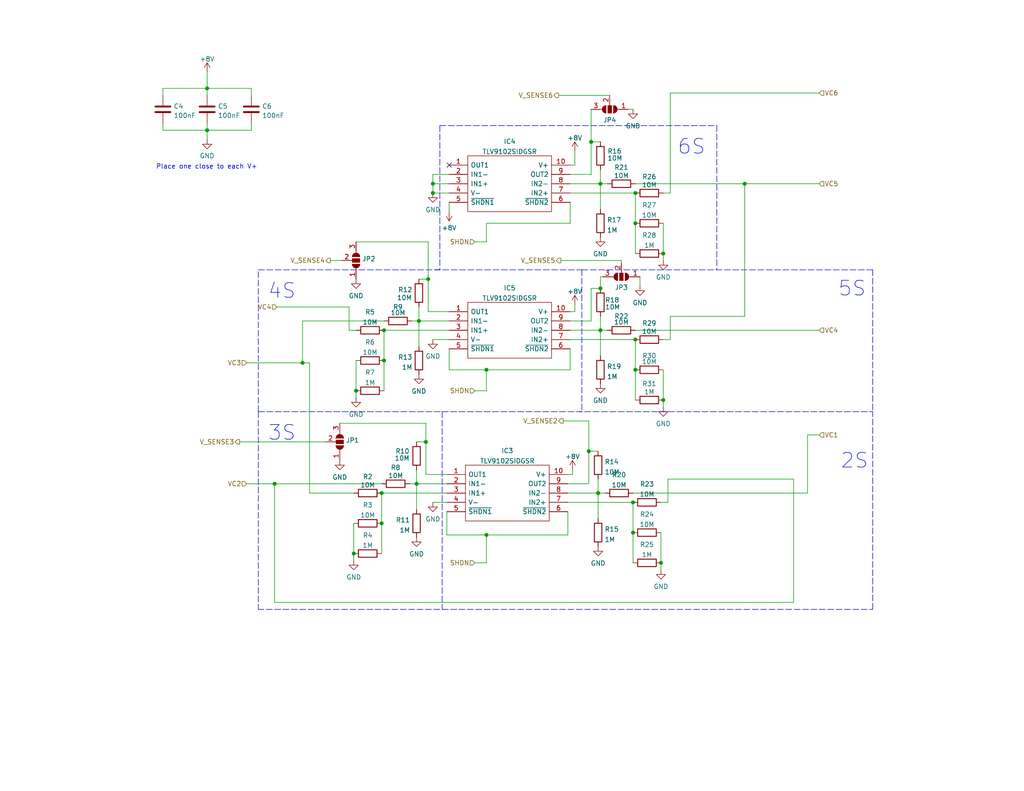
<source format=kicad_sch>
(kicad_sch (version 20211123) (generator eeschema)
  (paper "USLetter")
  (title_block (title "Lipo Auto Discharger/Balancer") (date "2022-11-06") (rev "1.0") (company "Quantum Embedded Systems"))
  (lib_symbols
    (symbol "Device:C" (pin_numbers hide) (pin_names (offset 0.254))
      (property "Reference" "C" (at 0.635 2.54 0))
      (property "Value" "C" (at 0.635 -2.54 0))
      (symbol "C_0_1"
        (polyline (pts (xy -2.032 -0.762) (xy 2.032 -0.762)) (stroke (width 0.508)))
        (polyline (pts (xy -2.032 0.762) (xy 2.032 0.762)) (stroke (width 0.508)))
      )
      (symbol "C_1_1"
        (pin passive line (at 0 3.81 270) (length 2.794) (name "~") (number "1"))
        (pin passive line (at 0 -3.81 90) (length 2.794) (name "~") (number "2"))
      )
    )
    (symbol "Device:R" (pin_numbers hide) (pin_names (offset 0))
      (property "Reference" "R" (at 2.032 0 90))
      (property "Value" "R" (at 0 0 90))
      (symbol "R_0_1"
        (rectangle (start -1.016 -2.54) (end 1.016 2.54) (stroke (width 0.254)))
      )
      (symbol "R_1_1"
        (pin passive line (at 0 3.81 270) (length 1.27) (name "~") (number "1"))
        (pin passive line (at 0 -3.81 90) (length 1.27) (name "~") (number "2"))
      )
    )
    (symbol "Jumper:SolderJumper_3_Open" (pin_names (offset 0) hide)
      (property "Reference" "JP" (at -2.54 -2.54 0))
      (property "Value" "SolderJumper_3_Open" (at 0 2.794 0))
      (symbol "SolderJumper_3_Open_0_1"
        (arc (start -1.016 1.016) (mid -2.032 0) (end -1.016 -1.016))
        (arc (start -1.016 1.016) (mid -2.032 0) (end -1.016 -1.016) (fill (type outline)))
        (rectangle (start -0.508 1.016) (end 0.508 -1.016) (fill (type outline)))
        (polyline (pts (xy -2.54 0) (xy -2.032 0)))
        (polyline (pts (xy -1.016 1.016) (xy -1.016 -1.016)))
        (polyline (pts (xy 0 -1.27) (xy 0 -1.016)))
        (polyline (pts (xy 1.016 1.016) (xy 1.016 -1.016)))
        (polyline (pts (xy 2.54 0) (xy 2.032 0)))
        (arc (start 1.016 -1.016) (mid 2.032 0) (end 1.016 1.016))
        (arc (start 1.016 -1.016) (mid 2.032 0) (end 1.016 1.016) (fill (type outline)))
      )
      (symbol "SolderJumper_3_Open_1_1"
        (pin passive line (at -5.08 0 0) (length 2.54) (name "A") (number "1"))
        (pin passive line (at 0 -3.81 90) (length 2.54) (name "C") (number "2"))
        (pin passive line (at 5.08 0 180) (length 2.54) (name "B") (number "3"))
      )
    )
    (symbol "SamacSys_Parts:TLV9102SIDGSR" (pin_names (offset 0.762))
      (property "Reference" "IC" (at 29.21 7.62 0))
      (property "Value" "TLV9102SIDGSR" (at 29.21 5.08 0))
      (symbol "TLV9102SIDGSR_0_0"
        (pin passive line (at 0 0 0) (length 5.08) (name "OUT1") (number "1"))
        (pin passive line (at 33.02 0 180) (length 5.08) (name "V+") (number "10"))
        (pin passive line (at 0 -2.54 0) (length 5.08) (name "IN1-") (number "2"))
        (pin passive line (at 0 -5.08 0) (length 5.08) (name "IN1+") (number "3"))
        (pin passive line (at 0 -7.62 0) (length 5.08) (name "V-") (number "4"))
        (pin passive line (at 0 -10.16 0) (length 5.08) (name "~{SHDN1}") (number "5"))
        (pin passive line (at 33.02 -10.16 180) (length 5.08) (name "~{SHDN2}") (number "6"))
        (pin passive line (at 33.02 -7.62 180) (length 5.08) (name "IN2+") (number "7"))
        (pin passive line (at 33.02 -5.08 180) (length 5.08) (name "IN2-") (number "8"))
        (pin passive line (at 33.02 -2.54 180) (length 5.08) (name "OUT2") (number "9"))
      )
      (symbol "TLV9102SIDGSR_0_1"
        (polyline (pts (xy 5.08 2.54) (xy 27.94 2.54) (xy 27.94 -12.7) (xy 5.08 -12.7) (xy 5.08 2.54)) (stroke (width 0.1524)))
      )
    )
    (symbol "power:+8V" (power) (pin_names (offset 0))
      (property "Value" "+8V" (at 0 3.556 0))
      (symbol "+8V_0_1"
        (polyline (pts (xy -0.762 1.27) (xy 0 2.54)))
        (polyline (pts (xy 0 0) (xy 0 2.54)))
        (polyline (pts (xy 0 2.54) (xy 0.762 1.27)))
      )
      (symbol "+8V_1_1"
        (pin power_in line (at 0 0 90) (length 0) hide (name "+8V") (number "1"))
      )
    )
    (symbol "power:GND" (power) (pin_names (offset 0))
      (property "Value" "GND" (at 0 -3.81 0))
      (symbol "GND_0_1"
        (polyline (pts (xy 0 0) (xy 0 -1.27) (xy 1.27 -1.27) (xy 0 -2.54) (xy -1.27 -1.27) (xy 0 -1.27)))
      )
      (symbol "GND_1_1"
        (pin power_in line (at 0 0 270) (length 0) hide (name "GND") (number "1"))
      )
    )
  )
  (junction (at 172.72 145.415))
  (junction (at 96.52 151.13))
  (junction (at 163.83 90.17))
  (junction (at 56.515 35.56))
  (junction (at 132.715 146.05))
  (junction (at 203.2 50.165))
  (junction (at 172.72 137.16))
  (junction (at 114.3 87.63))
  (junction (at 180.975 109.22))
  (junction (at 97.155 106.68))
  (junction (at 163.195 134.62))
  (junction (at 160.655 123.19))
  (junction (at 173.355 92.71))
  (junction (at 104.775 98.425))
  (junction (at 132.715 100.965))
  (junction (at 161.29 38.735))
  (junction (at 173.355 52.705))
  (junction (at 74.93 132.08))
  (junction (at 180.34 153.67))
  (junction (at 116.84 76.2))
  (junction (at 104.14 134.62))
  (junction (at 116.205 120.65))
  (junction (at 163.83 78.74))
  (junction (at 56.515 24.13))
  (junction (at 82.55 99.06))
  (junction (at 163.83 50.165))
  (junction (at 173.355 100.965))
  (junction (at 118.11 52.705))
  (junction (at 104.775 90.17))
  (junction (at 118.11 50.165))
  (junction (at 104.14 142.875))
  (junction (at 180.975 69.215))
  (junction (at 173.355 60.96))
  (junction (at 113.665 132.08))
  (no_connect (at 122.555 45.085))
  (wire (pts (xy 68.58 35.56) (xy 68.58 33.655)))
  (wire (pts (xy 113.665 128.27) (xy 113.665 132.08)))
  (wire (pts (xy 182.245 130.81) (xy 182.245 137.16)))
  (wire (pts (xy 82.55 99.06) (xy 67.31 99.06)))
  (wire (pts (xy 161.29 38.735) (xy 163.83 38.735)))
  (wire (pts (xy 180.975 109.22) (xy 180.975 111.125)))
  (wire (pts (xy 173.355 50.165) (xy 203.2 50.165)))
  (wire (pts (xy 122.555 90.17) (xy 104.775 90.17)))
  (wire (pts (xy 56.515 24.13) (xy 68.58 24.13)))
  (wire (pts (xy 163.83 50.165) (xy 163.83 57.15)))
  (wire (pts (xy 132.715 100.965) (xy 155.575 100.965)))
  (wire (pts (xy 220.345 118.745) (xy 223.52 118.745)))
  (wire (pts (xy 166.37 26.035) (xy 152.4 26.035)))
  (wire (pts (xy 122.555 95.25) (xy 122.555 100.965)))
  (wire (pts (xy 161.29 38.735) (xy 161.29 47.625)))
  (wire (pts (xy 121.92 129.54) (xy 116.205 129.54)))
  (wire (pts (xy 155.575 90.17) (xy 163.83 90.17)))
  (polyline (pts (xy 70.485 112.395) (xy 120.65 112.395)))
  (wire (pts (xy 182.88 86.36) (xy 203.2 86.36)))
  (polyline (pts (xy 158.75 73.66) (xy 158.75 112.395)))
  (wire (pts (xy 155.575 100.965) (xy 155.575 95.25)))
  (wire (pts (xy 44.45 35.56) (xy 56.515 35.56)))
  (wire (pts (xy 121.92 146.05) (xy 132.715 146.05)))
  (wire (pts (xy 155.575 47.625) (xy 161.29 47.625)))
  (wire (pts (xy 56.515 35.56) (xy 56.515 38.1)))
  (wire (pts (xy 96.52 142.875) (xy 96.52 151.13)))
  (wire (pts (xy 56.515 24.13) (xy 56.515 26.035)))
  (wire (pts (xy 203.2 86.36) (xy 203.2 50.165)))
  (wire (pts (xy 96.52 151.13) (xy 96.52 153.035)))
  (wire (pts (xy 180.34 153.67) (xy 180.34 155.575)))
  (wire (pts (xy 182.88 92.71) (xy 180.975 92.71)))
  (wire (pts (xy 169.545 71.755) (xy 169.545 71.12)))
  (wire (pts (xy 84.455 134.62) (xy 96.52 134.62)))
  (wire (pts (xy 122.555 85.09) (xy 116.84 85.09)))
  (wire (pts (xy 163.83 46.355) (xy 163.83 50.165)))
  (wire (pts (xy 156.845 83.185) (xy 156.845 85.09)))
  (wire (pts (xy 116.84 76.2) (xy 116.84 85.09)))
  (wire (pts (xy 65.405 120.65) (xy 88.9 120.65)))
  (wire (pts (xy 104.775 87.63) (xy 82.55 87.63)))
  (wire (pts (xy 161.29 78.74) (xy 163.83 78.74)))
  (wire (pts (xy 56.515 33.655) (xy 56.515 35.56)))
  (wire (pts (xy 122.555 87.63) (xy 114.3 87.63)))
  (polyline (pts (xy 70.485 112.395) (xy 70.485 73.66)))
  (wire (pts (xy 163.195 134.62) (xy 165.1 134.62)))
  (wire (pts (xy 97.155 98.425) (xy 97.155 106.68)))
  (wire (pts (xy 118.11 92.71) (xy 122.555 92.71)))
  (wire (pts (xy 155.575 55.245) (xy 155.575 60.96)))
  (wire (pts (xy 172.72 134.62) (xy 220.345 134.62)))
  (wire (pts (xy 84.455 134.62) (xy 84.455 99.06)))
  (wire (pts (xy 154.94 139.7) (xy 154.94 146.05)))
  (wire (pts (xy 154.94 134.62) (xy 163.195 134.62)))
  (wire (pts (xy 122.555 47.625) (xy 118.11 47.625)))
  (polyline (pts (xy 120.65 112.395) (xy 238.125 112.395)))
  (wire (pts (xy 160.655 114.935) (xy 160.655 123.19)))
  (wire (pts (xy 84.455 99.06) (xy 82.55 99.06)))
  (wire (pts (xy 180.975 69.215) (xy 180.975 71.12)))
  (wire (pts (xy 95.25 83.82) (xy 95.25 90.17)))
  (wire (pts (xy 118.11 47.625) (xy 118.11 50.165)))
  (wire (pts (xy 104.14 134.62) (xy 104.14 142.875)))
  (wire (pts (xy 121.92 139.7) (xy 121.92 146.05)))
  (wire (pts (xy 90.17 71.12) (xy 93.345 71.12)))
  (polyline (pts (xy 120.015 73.66) (xy 118.745 73.66)))
  (wire (pts (xy 44.45 26.035) (xy 44.45 24.13)))
  (wire (pts (xy 182.245 137.16) (xy 180.34 137.16)))
  (wire (pts (xy 118.11 52.705) (xy 122.555 52.705)))
  (wire (pts (xy 121.92 134.62) (xy 104.14 134.62)))
  (wire (pts (xy 182.88 25.4) (xy 223.52 25.4)))
  (wire (pts (xy 132.715 66.04) (xy 132.715 60.96)))
  (wire (pts (xy 95.25 83.82) (xy 75.565 83.82)))
  (wire (pts (xy 154.94 137.16) (xy 172.72 137.16)))
  (wire (pts (xy 97.155 66.04) (xy 116.84 66.04)))
  (wire (pts (xy 161.29 29.845) (xy 161.29 38.735)))
  (wire (pts (xy 129.54 153.67) (xy 132.715 153.67)))
  (wire (pts (xy 114.3 83.82) (xy 114.3 87.63)))
  (wire (pts (xy 116.205 120.65) (xy 113.665 120.65)))
  (wire (pts (xy 155.575 85.09) (xy 156.845 85.09)))
  (wire (pts (xy 163.195 130.81) (xy 163.195 134.62)))
  (wire (pts (xy 132.715 146.05) (xy 154.94 146.05)))
  (polyline (pts (xy 195.58 34.29) (xy 195.58 73.66)))
  (wire (pts (xy 116.84 76.2) (xy 114.3 76.2)))
  (wire (pts (xy 173.355 90.17) (xy 223.52 90.17)))
  (wire (pts (xy 155.575 87.63) (xy 161.29 87.63)))
  (wire (pts (xy 116.205 120.65) (xy 116.205 129.54)))
  (wire (pts (xy 155.575 52.705) (xy 173.355 52.705)))
  (wire (pts (xy 182.245 130.81) (xy 216.535 130.81)))
  (wire (pts (xy 114.3 87.63) (xy 112.395 87.63)))
  (wire (pts (xy 44.45 24.13) (xy 56.515 24.13)))
  (wire (pts (xy 160.655 123.19) (xy 163.195 123.19)))
  (wire (pts (xy 56.515 35.56) (xy 68.58 35.56)))
  (wire (pts (xy 122.555 100.965) (xy 132.715 100.965)))
  (polyline (pts (xy 70.485 112.395) (xy 70.485 166.37)))
  (wire (pts (xy 174.625 75.565) (xy 174.625 78.105)))
  (wire (pts (xy 114.3 87.63) (xy 114.3 94.615)))
  (wire (pts (xy 172.72 137.16) (xy 172.72 145.415)))
  (wire (pts (xy 172.72 145.415) (xy 172.72 153.67)))
  (wire (pts (xy 155.575 50.165) (xy 163.83 50.165)))
  (wire (pts (xy 173.355 52.705) (xy 173.355 60.96)))
  (wire (pts (xy 56.515 19.685) (xy 56.515 24.13)))
  (polyline (pts (xy 158.75 112.395) (xy 158.115 112.395)))
  (wire (pts (xy 163.83 90.17) (xy 165.735 90.17)))
  (wire (pts (xy 44.45 33.655) (xy 44.45 35.56)))
  (wire (pts (xy 163.195 134.62) (xy 163.195 141.605)))
  (wire (pts (xy 67.31 132.08) (xy 74.93 132.08)))
  (wire (pts (xy 97.155 106.68) (xy 97.155 108.585)))
  (wire (pts (xy 95.25 90.17) (xy 97.155 90.17)))
  (wire (pts (xy 220.345 134.62) (xy 220.345 118.745)))
  (wire (pts (xy 118.11 137.16) (xy 121.92 137.16)))
  (wire (pts (xy 116.205 115.57) (xy 116.205 120.65)))
  (wire (pts (xy 104.775 90.17) (xy 104.775 98.425)))
  (wire (pts (xy 182.88 52.705) (xy 180.975 52.705)))
  (wire (pts (xy 156.845 41.275) (xy 156.845 45.085)))
  (wire (pts (xy 155.575 45.085) (xy 156.845 45.085)))
  (wire (pts (xy 113.665 132.08) (xy 113.665 139.065)))
  (wire (pts (xy 173.355 100.965) (xy 173.355 109.22)))
  (wire (pts (xy 74.93 132.08) (xy 104.14 132.08)))
  (wire (pts (xy 216.535 130.81) (xy 216.535 164.465)))
  (wire (pts (xy 180.975 100.965) (xy 180.975 109.22)))
  (polyline (pts (xy 120.015 34.29) (xy 195.58 34.29)))
  (wire (pts (xy 161.29 78.74) (xy 161.29 87.63)))
  (wire (pts (xy 82.55 87.63) (xy 82.55 99.06)))
  (wire (pts (xy 118.11 50.165) (xy 118.11 52.705)))
  (wire (pts (xy 104.14 142.875) (xy 104.14 151.13)))
  (wire (pts (xy 160.655 123.19) (xy 160.655 132.08)))
  (wire (pts (xy 104.775 98.425) (xy 104.775 106.68)))
  (wire (pts (xy 154.94 132.08) (xy 160.655 132.08)))
  (wire (pts (xy 132.715 106.68) (xy 132.715 100.965)))
  (polyline (pts (xy 158.75 73.66) (xy 238.125 73.66)))
  (wire (pts (xy 129.54 66.04) (xy 132.715 66.04)))
  (wire (pts (xy 156.21 128.27) (xy 156.21 129.54)))
  (polyline (pts (xy 120.015 166.37) (xy 70.485 166.37)))
  (wire (pts (xy 121.92 132.08) (xy 113.665 132.08)))
  (wire (pts (xy 182.88 86.36) (xy 182.88 92.71)))
  (wire (pts (xy 203.2 50.165) (xy 223.52 50.165)))
  (wire (pts (xy 153.67 114.935) (xy 160.655 114.935)))
  (wire (pts (xy 216.535 164.465) (xy 74.93 164.465)))
  (wire (pts (xy 116.84 66.04) (xy 116.84 76.2)))
  (wire (pts (xy 118.11 50.165) (xy 122.555 50.165)))
  (wire (pts (xy 173.355 60.96) (xy 173.355 69.215)))
  (polyline (pts (xy 238.125 166.37) (xy 238.125 112.395)))
  (wire (pts (xy 74.93 164.465) (xy 74.93 132.08)))
  (wire (pts (xy 163.83 90.17) (xy 163.83 97.155)))
  (wire (pts (xy 171.45 29.845) (xy 172.72 29.845)))
  (polyline (pts (xy 120.65 112.395) (xy 120.65 166.37)))
  (polyline (pts (xy 120.65 166.37) (xy 238.125 166.37)))
  (wire (pts (xy 163.83 50.165) (xy 165.735 50.165)))
  (wire (pts (xy 180.34 145.415) (xy 180.34 153.67)))
  (wire (pts (xy 180.975 60.96) (xy 180.975 69.215)))
  (wire (pts (xy 122.555 55.245) (xy 122.555 57.785)))
  (wire (pts (xy 132.715 60.96) (xy 155.575 60.96)))
  (wire (pts (xy 68.58 24.13) (xy 68.58 26.035)))
  (wire (pts (xy 182.88 25.4) (xy 182.88 52.705)))
  (wire (pts (xy 164.465 75.565) (xy 163.83 75.565)))
  (polyline (pts (xy 238.125 73.66) (xy 238.125 112.395)))
  (wire (pts (xy 132.715 153.67) (xy 132.715 146.05)))
  (wire (pts (xy 92.71 115.57) (xy 116.205 115.57)))
  (wire (pts (xy 113.665 132.08) (xy 111.76 132.08)))
  (wire (pts (xy 154.94 129.54) (xy 156.21 129.54)))
  (wire (pts (xy 155.575 92.71) (xy 173.355 92.71)))
  (wire (pts (xy 173.355 92.71) (xy 173.355 100.965)))
  (wire (pts (xy 163.83 75.565) (xy 163.83 78.74)))
  (wire (pts (xy 153.035 71.12) (xy 169.545 71.12)))
  (polyline (pts (xy 70.485 73.66) (xy 158.75 73.66)))
  (wire (pts (xy 129.54 106.68) (xy 132.715 106.68)))
  (wire (pts (xy 163.83 86.36) (xy 163.83 90.17)))
  (polyline (pts (xy 120.015 34.29) (xy 120.015 73.66)))
  (text "3S" (at 73.025 120.65 0) (effects (font (size 4 4)) (justify left bottom)))
  (text "5S" (at 228.6 81.28 0) (effects (font (size 4 4)) (justify left bottom)))
  (text "Place one close to each V+" (at 42.545 46.355 0) (effects (font (size 1.27 1.27)) (justify left bottom)))
  (text "2S" (at 229.235 128.27 0) (effects (font (size 4 4)) (justify left bottom)))
  (text "6S" (at 184.785 42.545 0) (effects (font (size 4 4)) (justify left bottom)))
  (text "4S" (at 73.025 81.915 0) (effects (font (size 4 4)) (justify left bottom)))
  (hierarchical_label "SHDN" (shape input) (at 129.54 106.68 180))
  (hierarchical_label "V_SENSE2" (shape output) (at 153.67 114.935 180))
  (hierarchical_label "VC3" (shape input) (at 67.31 99.06 180))
  (hierarchical_label "VC4" (shape input) (at 75.565 83.82 180))
  (hierarchical_label "VC4" (shape input) (at 223.52 90.17 0))
  (hierarchical_label "VC5" (shape input) (at 223.52 50.165 0))
  (hierarchical_label "V_SENSE3" (shape output) (at 65.405 120.65 180))
  (hierarchical_label "V_SENSE6" (shape output) (at 152.4 26.035 180))
  (hierarchical_label "SHDN" (shape input) (at 129.54 153.67 180))
  (hierarchical_label "VC1" (shape input) (at 223.52 118.745 0))
  (hierarchical_label "V_SENSE4" (shape output) (at 90.17 71.12 180))
  (hierarchical_label "VC6" (shape input) (at 223.52 25.4 0))
  (hierarchical_label "V_SENSE5" (shape output) (at 153.035 71.12 180))
  (hierarchical_label "VC2" (shape input) (at 67.31 132.08 180))
  (hierarchical_label "SHDN" (shape input) (at 129.54 66.04 180))
  (symbol (lib_id "power:GND") (at 163.83 64.77 0) (unit 1)
    (property "Reference" "#PWR031" (effects hide))
    (property "Value" "GND" (at 163.83 69.3325 0))
  )
  (symbol (lib_id "Device:R") (at 163.83 82.55 0) (unit 1)
    (property "Reference" "R18" (at 165.1 81.915 0) (effects (justify left)))
    (property "Value" "10M" (at 165.1 83.82 0) (effects (justify left)))
    (property "Footprint" "Resistor_SMD:R_0603_1608Metric" (effects hide))
  )
  (symbol (lib_id "SamacSys_Parts:TLV9102SIDGSR") (at 122.555 45.085 0) (unit 1)
    (property "Reference" "IC4" (at 139.065 38.6293 0))
    (property "Value" "TLV9102SIDGSR" (at 139.065 41.4044 0))
    (property "Footprint" "SamacSys_Parts:SOP50P490X110-10N" (effects hide))
    (property "Datasheet" "https://www.ti.com/lit/ds/symlink/tlv9102.pdf?HQS=dis-dk-null-digikeymode-dsf-pf-null-wwe&ts=1620821844200" (effects hide))
    (property "Description" "Operational Amplifiers - Op Amps Dual 1MHz, 16-V rail-to-rail input/output, low-offset voltage, low-power op amp" (effects hide))
    (property "Height" "1.1" (effects hide))
    (property "Mouser Part Number" "595-TLV9102SIDGSR" (effects hide))
    (property "Mouser Price/Stock" "https://www.mouser.co.uk/ProductDetail/Texas-Instruments/TLV9102SIDGSR?qs=7MVldsJ5Uaz6YUq56%252BMEFw%3D%3D" (effects hide))
    (property "Manufacturer_Name" "Texas Instruments" (effects hide))
    (property "Manufacturer_Part_Number" "TLV9102SIDGSR" (effects hide))
  )
  (symbol (lib_id "power:GND") (at 56.515 38.1 0) (unit 1)
    (property "Reference" "#PWR017" (effects hide))
    (property "Value" "GND" (at 56.515 42.5434 0))
  )
  (symbol (lib_id "Device:R") (at 100.33 142.875 270) (mirror x) (unit 1)
    (property "Reference" "R3" (at 100.33 137.8925 90))
    (property "Value" "10M" (at 100.33 140.6676 90))
    (property "Footprint" "Resistor_SMD:R_0603_1608Metric" (effects hide))
  )
  (symbol (lib_id "power:GND") (at 172.72 29.845 0) (unit 1)
    (property "Reference" "#PWR033" (effects hide))
    (property "Value" "GND" (at 172.72 34.4075 0))
  )
  (symbol (lib_id "Device:R") (at 113.665 124.46 0) (mirror y) (unit 1)
    (property "Reference" "R10" (at 111.76 123.19 0) (effects (justify left)))
    (property "Value" "10M" (at 111.76 125.095 0) (effects (justify left)))
    (property "Footprint" "Resistor_SMD:R_0603_1608Metric" (effects hide))
  )
  (symbol (lib_id "Device:R") (at 100.33 134.62 270) (mirror x) (unit 1)
    (property "Reference" "R2" (at 100.33 130.175 90))
    (property "Value" "10M" (at 100.33 132.4126 90))
    (property "Footprint" "Resistor_SMD:R_0603_1608Metric" (effects hide))
  )
  (symbol (lib_id "power:+8V") (at 56.515 19.685 0) (unit 1)
    (property "Reference" "#PWR016" (effects hide))
    (property "Value" "+8V" (at 56.515 16.1092 0))
  )
  (symbol (lib_id "Device:R") (at 163.83 60.96 0) (unit 1)
    (property "Reference" "R17" (at 165.608 60.0515 0) (effects (justify left)))
    (property "Value" "1M" (at 165.608 62.8266 0) (effects (justify left)))
    (property "Footprint" "Resistor_SMD:R_0603_1608Metric" (effects hide))
  )
  (symbol (lib_id "power:+8V") (at 156.845 83.185 0) (unit 1)
    (property "Reference" "#PWR029" (effects hide))
    (property "Value" "+8V" (at 156.845 79.5805 0))
  )
  (symbol (lib_id "Device:R") (at 163.83 100.965 0) (unit 1)
    (property "Reference" "R19" (at 165.608 100.0565 0) (effects (justify left)))
    (property "Value" "1M" (at 165.608 102.8316 0) (effects (justify left)))
    (property "Footprint" "Resistor_SMD:R_0603_1608Metric" (effects hide))
  )
  (symbol (lib_id "Device:R") (at 168.91 134.62 90) (unit 1)
    (property "Reference" "R20" (at 168.91 129.6375 90))
    (property "Value" "10M" (at 168.91 132.4126 90))
    (property "Footprint" "Resistor_SMD:R_0603_1608Metric" (effects hide))
  )
  (symbol (lib_id "Device:R") (at 163.195 127 0) (unit 1)
    (property "Reference" "R14" (at 164.973 126.0915 0) (effects (justify left)))
    (property "Value" "10M" (at 164.973 128.8666 0) (effects (justify left)))
    (property "Footprint" "Resistor_SMD:R_0603_1608Metric" (effects hide))
  )
  (symbol (lib_id "Device:R") (at 108.585 87.63 270) (mirror x) (unit 1)
    (property "Reference" "R9" (at 108.585 83.82 90))
    (property "Value" "10M" (at 108.585 85.4226 90))
    (property "Footprint" "Resistor_SMD:R_0603_1608Metric" (effects hide))
  )
  (symbol (lib_id "power:GND") (at 97.155 108.585 0) (mirror y) (unit 1)
    (property "Reference" "#PWR021" (effects hide))
    (property "Value" "GND" (at 97.155 113.1475 0))
  )
  (symbol (lib_id "power:+8V") (at 122.555 57.785 180) (unit 1)
    (property "Reference" "#PWR0103" (effects hide))
    (property "Value" "+8V" (at 122.555 62.2284 0))
  )
  (symbol (lib_id "power:+8V") (at 156.21 128.27 0) (unit 1)
    (property "Reference" "#PWR027" (effects hide))
    (property "Value" "+8V" (at 156.21 124.6655 0))
  )
  (symbol (lib_id "power:GND") (at 114.3 102.235 0) (mirror y) (unit 1)
    (property "Reference" "#PWR023" (effects hide))
    (property "Value" "GND" (at 114.3 106.7975 0))
  )
  (symbol (lib_id "Device:C") (at 44.45 29.845 0) (unit 1)
    (property "Reference" "C4" (at 47.371 29.0103 0) (effects (justify left)))
    (property "Value" "100nF" (at 47.371 31.5472 0) (effects (justify left)))
    (property "Footprint" "Capacitor_SMD:C_0603_1608Metric" (effects hide))
  )
  (symbol (lib_id "Device:R") (at 177.165 92.71 90) (unit 1)
    (property "Reference" "R29" (at 177.165 88.265 90))
    (property "Value" "10M" (at 177.165 90.5026 90))
    (property "Footprint" "Resistor_SMD:R_0603_1608Metric" (effects hide))
  )
  (symbol (lib_id "Device:R") (at 169.545 50.165 90) (unit 1)
    (property "Reference" "R21" (at 169.545 45.72 90))
    (property "Value" "10M" (at 169.545 47.9576 90))
    (property "Footprint" "Resistor_SMD:R_0603_1608Metric" (effects hide))
  )
  (symbol (lib_id "power:GND") (at 163.195 149.225 0) (unit 1)
    (property "Reference" "#PWR030" (effects hide))
    (property "Value" "GND" (at 163.195 153.7875 0))
  )
  (symbol (lib_id "power:GND") (at 174.625 78.105 0) (unit 1)
    (property "Reference" "#PWR034" (effects hide))
    (property "Value" "GND" (at 174.625 82.6675 0))
  )
  (symbol (lib_id "Device:R") (at 114.3 98.425 0) (mirror y) (unit 1)
    (property "Reference" "R13" (at 112.522 97.5165 0) (effects (justify left)))
    (property "Value" "1M" (at 112.522 100.2916 0) (effects (justify left)))
    (property "Footprint" "Resistor_SMD:R_0603_1608Metric" (effects hide))
  )
  (symbol (lib_id "power:GND") (at 96.52 153.035 0) (mirror y) (unit 1)
    (property "Reference" "#PWR019" (effects hide))
    (property "Value" "GND" (at 96.52 157.5975 0))
  )
  (symbol (lib_id "SamacSys_Parts:TLV9102SIDGSR") (at 122.555 85.09 0) (unit 1)
    (property "Reference" "IC5" (at 139.065 78.6343 0))
    (property "Value" "TLV9102SIDGSR" (at 139.065 81.4094 0))
    (property "Footprint" "SamacSys_Parts:SOP50P490X110-10N" (effects hide))
    (property "Datasheet" "https://www.ti.com/lit/ds/symlink/tlv9102.pdf?HQS=dis-dk-null-digikeymode-dsf-pf-null-wwe&ts=1620821844200" (effects hide))
    (property "Description" "Operational Amplifiers - Op Amps Dual 1MHz, 16-V rail-to-rail input/output, low-offset voltage, low-power op amp" (effects hide))
    (property "Height" "1.1" (effects hide))
    (property "Mouser Part Number" "595-TLV9102SIDGSR" (effects hide))
    (property "Mouser Price/Stock" "https://www.mouser.co.uk/ProductDetail/Texas-Instruments/TLV9102SIDGSR?qs=7MVldsJ5Uaz6YUq56%252BMEFw%3D%3D" (effects hide))
    (property "Manufacturer_Name" "Texas Instruments" (effects hide))
    (property "Manufacturer_Part_Number" "TLV9102SIDGSR" (effects hide))
  )
  (symbol (lib_id "Device:R") (at 176.53 137.16 90) (unit 1)
    (property "Reference" "R23" (at 176.53 132.1775 90))
    (property "Value" "10M" (at 176.53 134.9526 90))
    (property "Footprint" "Resistor_SMD:R_0603_1608Metric" (effects hide))
  )
  (symbol (lib_id "Jumper:SolderJumper_3_Open") (at 166.37 29.845 180) (unit 1)
    (property "Reference" "JP4" (at 166.37 32.7644 0))
    (property "Value" "SolderJumper_3_Open" (effects hide))
    (property "Footprint" "Jumper:SolderJumper-3_P1.3mm_Open_RoundedPad1.0x1.5mm_NumberLabels" (effects hide))
  )
  (symbol (lib_id "power:GND") (at 180.34 155.575 0) (unit 1)
    (property "Reference" "#PWR035" (effects hide))
    (property "Value" "GND" (at 180.34 160.1375 0))
  )
  (symbol (lib_id "power:+8V") (at 156.845 41.275 0) (unit 1)
    (property "Reference" "#PWR028" (effects hide))
    (property "Value" "+8V" (at 156.845 37.6705 0))
  )
  (symbol (lib_id "Device:R") (at 113.665 142.875 0) (mirror y) (unit 1)
    (property "Reference" "R11" (at 111.887 141.9665 0) (effects (justify left)))
    (property "Value" "1M" (at 111.887 144.7416 0) (effects (justify left)))
    (property "Footprint" "Resistor_SMD:R_0603_1608Metric" (effects hide))
  )
  (symbol (lib_id "Device:R") (at 177.165 52.705 90) (unit 1)
    (property "Reference" "R26" (at 177.165 48.26 90))
    (property "Value" "10M" (at 177.165 50.4976 90))
    (property "Footprint" "Resistor_SMD:R_0603_1608Metric" (effects hide))
  )
  (symbol (lib_id "Device:R") (at 100.33 151.13 270) (mirror x) (unit 1)
    (property "Reference" "R4" (at 100.33 146.1475 90))
    (property "Value" "1M" (at 100.33 148.9226 90))
    (property "Footprint" "Resistor_SMD:R_0603_1608Metric" (effects hide))
  )
  (symbol (lib_id "power:GND") (at 113.665 146.685 0) (mirror y) (unit 1)
    (property "Reference" "#PWR022" (effects hide))
    (property "Value" "GND" (at 113.665 151.2475 0))
  )
  (symbol (lib_id "Device:R") (at 176.53 145.415 90) (unit 1)
    (property "Reference" "R24" (at 176.53 140.4325 90))
    (property "Value" "10M" (at 176.53 143.2076 90))
    (property "Footprint" "Resistor_SMD:R_0603_1608Metric" (effects hide))
  )
  (symbol (lib_id "Device:R") (at 176.53 153.67 90) (unit 1)
    (property "Reference" "R25" (at 176.53 148.6875 90))
    (property "Value" "1M" (at 176.53 151.4626 90))
    (property "Footprint" "Resistor_SMD:R_0603_1608Metric" (effects hide))
  )
  (symbol (lib_id "Jumper:SolderJumper_3_Open") (at 169.545 75.565 180) (unit 1)
    (property "Reference" "JP3" (at 169.545 78.4844 0))
    (property "Value" "SolderJumper_3_Open" (effects hide))
    (property "Footprint" "Jumper:SolderJumper-3_P1.3mm_Open_RoundedPad1.0x1.5mm_NumberLabels" (effects hide))
  )
  (symbol (lib_id "power:GND") (at 118.11 137.16 0) (unit 1)
    (property "Reference" "#PWR026" (effects hide))
    (property "Value" "GND" (at 118.11 141.7225 0))
  )
  (symbol (lib_id "Device:R") (at 100.965 106.68 270) (mirror x) (unit 1)
    (property "Reference" "R7" (at 100.965 101.6975 90))
    (property "Value" "1M" (at 100.965 104.4726 90))
    (property "Footprint" "Resistor_SMD:R_0603_1608Metric" (effects hide))
  )
  (symbol (lib_id "Device:R") (at 177.165 100.965 90) (unit 1)
    (property "Reference" "R30" (at 177.165 97.155 90))
    (property "Value" "10M" (at 177.165 98.7576 90))
    (property "Footprint" "Resistor_SMD:R_0603_1608Metric" (effects hide))
  )
  (symbol (lib_id "Device:R") (at 114.3 80.01 0) (mirror y) (unit 1)
    (property "Reference" "R12" (at 112.522 79.1015 0) (effects (justify left)))
    (property "Value" "10M" (at 112.395 81.28 0) (effects (justify left)))
    (property "Footprint" "Resistor_SMD:R_0603_1608Metric" (effects hide))
  )
  (symbol (lib_id "Jumper:SolderJumper_3_Open") (at 92.71 120.65 270) (mirror x) (unit 1)
    (property "Reference" "JP1" (at 94.361 120.2162 90) (effects (justify left)))
    (property "Value" "SolderJumper_3_Open" (effects hide))
    (property "Footprint" "Jumper:SolderJumper-3_P1.3mm_Open_RoundedPad1.0x1.5mm_NumberLabels" (effects hide))
  )
  (symbol (lib_id "Device:R") (at 177.165 109.22 90) (unit 1)
    (property "Reference" "R31" (at 177.165 104.775 90))
    (property "Value" "1M" (at 177.165 107.0126 90))
    (property "Footprint" "Resistor_SMD:R_0603_1608Metric" (effects hide))
  )
  (symbol (lib_id "power:GND") (at 180.975 111.125 0) (unit 1)
    (property "Reference" "#PWR037" (effects hide))
    (property "Value" "GND" (at 180.975 115.6875 0))
  )
  (symbol (lib_id "power:GND") (at 118.11 52.705 0) (unit 1)
    (property "Reference" "#PWR024" (effects hide))
    (property "Value" "GND" (at 118.11 57.2675 0))
  )
  (symbol (lib_id "Device:R") (at 107.95 132.08 270) (mirror x) (unit 1)
    (property "Reference" "R8" (at 107.95 127.635 90))
    (property "Value" "10M" (at 107.95 129.8726 90))
    (property "Footprint" "Resistor_SMD:R_0603_1608Metric" (effects hide))
  )
  (symbol (lib_id "Jumper:SolderJumper_3_Open") (at 97.155 71.12 270) (mirror x) (unit 1)
    (property "Reference" "JP2" (at 98.806 70.6862 90) (effects (justify left)))
    (property "Value" "SolderJumper_3_Open" (effects hide))
    (property "Footprint" "Jumper:SolderJumper-3_P1.3mm_Open_RoundedPad1.0x1.5mm_NumberLabels" (effects hide))
  )
  (symbol (lib_id "power:GND") (at 118.11 92.71 0) (unit 1)
    (property "Reference" "#PWR025" (effects hide))
    (property "Value" "GND" (at 118.11 97.2725 0))
  )
  (symbol (lib_id "power:GND") (at 92.71 125.73 0) (unit 1)
    (property "Reference" "#PWR018" (effects hide))
    (property "Value" "GND" (at 92.71 130.2925 0))
  )
  (symbol (lib_id "Device:C") (at 68.58 29.845 0) (unit 1)
    (property "Reference" "C6" (at 71.501 29.0103 0) (effects (justify left)))
    (property "Value" "100nF" (at 71.501 31.5472 0) (effects (justify left)))
    (property "Footprint" "Capacitor_SMD:C_0603_1608Metric" (effects hide))
  )
  (symbol (lib_id "Device:R") (at 163.83 42.545 0) (unit 1)
    (property "Reference" "R16" (at 165.735 41.275 0) (effects (justify left)))
    (property "Value" "10M" (at 165.735 43.18 0) (effects (justify left)))
    (property "Footprint" "Resistor_SMD:R_0603_1608Metric" (effects hide))
  )
  (symbol (lib_id "Device:R") (at 100.965 98.425 270) (mirror x) (unit 1)
    (property "Reference" "R6" (at 100.965 93.4425 90))
    (property "Value" "10M" (at 100.965 96.2176 90))
    (property "Footprint" "Resistor_SMD:R_0603_1608Metric" (effects hide))
  )
  (symbol (lib_id "Device:R") (at 163.195 145.415 0) (unit 1)
    (property "Reference" "R15" (at 164.973 144.5065 0) (effects (justify left)))
    (property "Value" "1M" (at 164.973 147.2816 0) (effects (justify left)))
    (property "Footprint" "Resistor_SMD:R_0603_1608Metric" (effects hide))
  )
  (symbol (lib_id "Device:C") (at 56.515 29.845 0) (unit 1)
    (property "Reference" "C5" (at 59.436 29.0103 0) (effects (justify left)))
    (property "Value" "100nF" (at 59.436 31.5472 0) (effects (justify left)))
    (property "Footprint" "Capacitor_SMD:C_0603_1608Metric" (effects hide))
  )
  (symbol (lib_id "Device:R") (at 100.965 90.17 270) (mirror x) (unit 1)
    (property "Reference" "R5" (at 100.965 85.1875 90))
    (property "Value" "10M" (at 100.965 87.9626 90))
    (property "Footprint" "Resistor_SMD:R_0603_1608Metric" (effects hide))
  )
  (symbol (lib_id "SamacSys_Parts:TLV9102SIDGSR") (at 121.92 129.54 0) (unit 1)
    (property "Reference" "IC3" (at 138.43 123.0843 0))
    (property "Value" "TLV9102SIDGSR" (at 138.43 125.8594 0))
    (property "Footprint" "SamacSys_Parts:SOP50P490X110-10N" (effects hide))
    (property "Datasheet" "https://www.ti.com/lit/ds/symlink/tlv9102.pdf?HQS=dis-dk-null-digikeymode-dsf-pf-null-wwe&ts=1620821844200" (effects hide))
    (property "Description" "Operational Amplifiers - Op Amps Dual 1MHz, 16-V rail-to-rail input/output, low-offset voltage, low-power op amp" (effects hide))
    (property "Height" "1.1" (effects hide))
    (property "Mouser Part Number" "595-TLV9102SIDGSR" (effects hide))
    (property "Mouser Price/Stock" "https://www.mouser.co.uk/ProductDetail/Texas-Instruments/TLV9102SIDGSR?qs=7MVldsJ5Uaz6YUq56%252BMEFw%3D%3D" (effects hide))
    (property "Manufacturer_Name" "Texas Instruments" (effects hide))
    (property "Manufacturer_Part_Number" "TLV9102SIDGSR" (effects hide))
  )
  (symbol (lib_id "power:GND") (at 163.83 104.775 0) (unit 1)
    (property "Reference" "#PWR032" (effects hide))
    (property "Value" "GND" (at 163.83 109.3375 0))
  )
  (symbol (lib_id "power:GND") (at 180.975 71.12 0) (unit 1)
    (property "Reference" "#PWR036" (effects hide))
    (property "Value" "GND" (at 180.975 75.6825 0))
  )
  (symbol (lib_id "Device:R") (at 177.165 69.215 90) (unit 1)
    (property "Reference" "R28" (at 177.165 64.2325 90))
    (property "Value" "1M" (at 177.165 67.0076 90))
    (property "Footprint" "Resistor_SMD:R_0603_1608Metric" (effects hide))
  )
  (symbol (lib_id "Device:R") (at 177.165 60.96 90) (unit 1)
    (property "Reference" "R27" (at 177.165 55.9775 90))
    (property "Value" "10M" (at 177.165 58.7526 90))
    (property "Footprint" "Resistor_SMD:R_0603_1608Metric" (effects hide))
  )
  (symbol (lib_id "power:GND") (at 97.155 76.2 0) (unit 1)
    (property "Reference" "#PWR020" (effects hide))
    (property "Value" "GND" (at 97.155 80.7625 0))
  )
  (symbol (lib_id "Device:R") (at 169.545 90.17 90) (unit 1)
    (property "Reference" "R22" (at 169.545 86.36 90))
    (property "Value" "10M" (at 169.545 87.9626 90))
    (property "Footprint" "Resistor_SMD:R_0603_1608Metric" (effects hide))
  )
)
</source>
